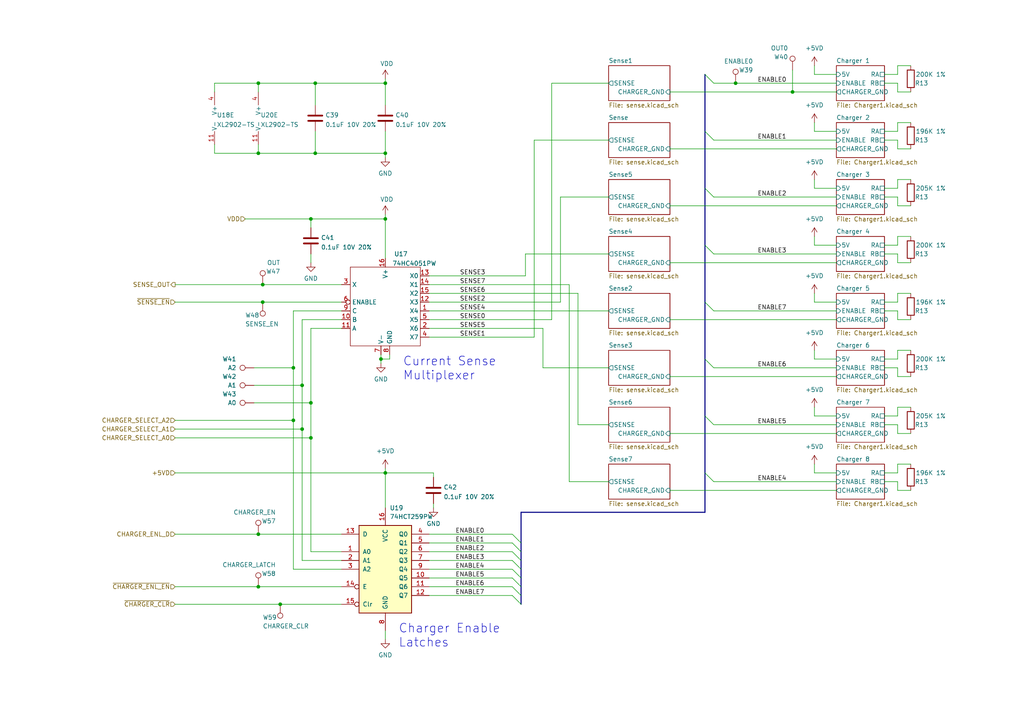
<source format=kicad_sch>
(kicad_sch (version 20230121) (generator eeschema)
  (paper "A4")
  (lib_symbols
    (symbol "74xx:74LS259" (pin_names (offset 1.016))
      (property "Reference" "U" (at -7.62 13.97 0))
      (property "Value" "74LS259" (at -7.62 -13.97 0))
      (symbol "74LS259_1_0"
        (pin input line (at -12.7 5.08 0) (length 5.08) (name "A0") (number "1"))
        (pin output line (at 12.7 -2.54 180) (length 5.08) (name "Q5") (number "10"))
        (pin output line (at 12.7 -5.08 180) (length 5.08) (name "Q6") (number "11"))
        (pin output line (at 12.7 -7.62 180) (length 5.08) (name "Q7") (number "12"))
        (pin input line (at -12.7 10.16 0) (length 5.08) (name "D") (number "13"))
        (pin input inverted (at -12.7 -5.08 0) (length 5.08) (name "E") (number "14"))
        (pin input inverted (at -12.7 -10.16 0) (length 5.08) (name "Clr") (number "15"))
        (pin power_in line (at 0 17.78 270) (length 5.08) (name "VCC") (number "16"))
        (pin input line (at -12.7 2.54 0) (length 5.08) (name "A1") (number "2"))
        (pin input line (at -12.7 0 0) (length 5.08) (name "A2") (number "3"))
        (pin output line (at 12.7 10.16 180) (length 5.08) (name "Q0") (number "4"))
        (pin output line (at 12.7 7.62 180) (length 5.08) (name "Q1") (number "5"))
        (pin output line (at 12.7 5.08 180) (length 5.08) (name "Q2") (number "6"))
        (pin output line (at 12.7 2.54 180) (length 5.08) (name "Q3") (number "7"))
        (pin power_in line (at 0 -17.78 90) (length 5.08) (name "GND") (number "8"))
        (pin output line (at 12.7 0 180) (length 5.08) (name "Q4") (number "9"))
      )
      (symbol "74LS259_1_1"
        (rectangle (start -7.62 12.7) (end 7.62 -12.7) (stroke (width 0.254)) (fill (type background)))
      )
    )
    (symbol "Amplifier_Operational:LM2902" (pin_names (offset 0.127))
      (property "Reference" "U" (at 0 5.08 0))
      (property "Value" "LM2902" (at 0 -5.08 0))
      (symbol "LM2902_1_1"
        (polyline (pts (xy -5.08 5.08) (xy 5.08 0) (xy -5.08 -5.08) (xy -5.08 5.08)) (stroke (width 0.254)) (fill (type background)))
        (pin output line (at 7.62 0 180) (length 2.54) (name "~") (number "1"))
        (pin input line (at -7.62 -2.54 0) (length 2.54) (name "-") (number "2"))
        (pin input line (at -7.62 2.54 0) (length 2.54) (name "+") (number "3"))
      )
      (symbol "LM2902_2_1"
        (polyline (pts (xy -5.08 5.08) (xy 5.08 0) (xy -5.08 -5.08) (xy -5.08 5.08)) (stroke (width 0.254)) (fill (type background)))
        (pin input line (at -7.62 2.54 0) (length 2.54) (name "+") (number "5"))
        (pin input line (at -7.62 -2.54 0) (length 2.54) (name "-") (number "6"))
        (pin output line (at 7.62 0 180) (length 2.54) (name "~") (number "7"))
      )
      (symbol "LM2902_3_1"
        (polyline (pts (xy -5.08 5.08) (xy 5.08 0) (xy -5.08 -5.08) (xy -5.08 5.08)) (stroke (width 0.254)) (fill (type background)))
        (pin input line (at -7.62 2.54 0) (length 2.54) (name "+") (number "10"))
        (pin output line (at 7.62 0 180) (length 2.54) (name "~") (number "8"))
        (pin input line (at -7.62 -2.54 0) (length 2.54) (name "-") (number "9"))
      )
      (symbol "LM2902_4_1"
        (polyline (pts (xy -5.08 5.08) (xy 5.08 0) (xy -5.08 -5.08) (xy -5.08 5.08)) (stroke (width 0.254)) (fill (type background)))
        (pin input line (at -7.62 2.54 0) (length 2.54) (name "+") (number "12"))
        (pin input line (at -7.62 -2.54 0) (length 2.54) (name "-") (number "13"))
        (pin output line (at 7.62 0 180) (length 2.54) (name "~") (number "14"))
      )
      (symbol "LM2902_5_1"
        (pin power_in line (at -2.54 -7.62 90) (length 3.81) (name "V-") (number "11"))
        (pin power_in line (at -2.54 7.62 270) (length 3.81) (name "V+") (number "4"))
      )
    )
    (symbol "Device:C" (pin_numbers hide) (pin_names (offset 0.254))
      (property "Reference" "C" (at 0.635 2.54 0))
      (property "Value" "C" (at 0.635 -2.54 0))
      (symbol "C_0_1"
        (polyline (pts (xy -2.032 -0.762) (xy 2.032 -0.762)) (stroke (width 0.508)))
        (polyline (pts (xy -2.032 0.762) (xy 2.032 0.762)) (stroke (width 0.508)))
      )
      (symbol "C_1_1"
        (pin passive line (at 0 3.81 270) (length 2.794) (name "~") (number "1"))
        (pin passive line (at 0 -3.81 90) (length 2.794) (name "~") (number "2"))
      )
    )
    (symbol "Device:R" (pin_numbers hide) (pin_names (offset 0))
      (property "Reference" "R" (at 2.032 0 90))
      (property "Value" "R" (at 0 0 90))
      (symbol "R_0_1"
        (rectangle (start -1.016 -2.54) (end 1.016 2.54) (stroke (width 0.254)))
      )
      (symbol "R_1_1"
        (pin passive line (at 0 3.81 270) (length 1.27) (name "~") (number "1"))
        (pin passive line (at 0 -3.81 90) (length 1.27) (name "~") (number "2"))
      )
    )
    (symbol "Pixels-dice:DG4051E"
      (property "Reference" "U" (at 7.62 -12.7 0))
      (property "Value" "DG4051E" (at 5.08 12.7 0))
      (symbol "DG4051E_0_1"
        (rectangle (start -10.16 11.43) (end 10.16 -11.43))
      )
      (symbol "DG4051E_1_1"
        (pin bidirectional line (at 12.7 -1.27 180) (length 2.54) (name "X4") (number "1"))
        (pin input line (at -12.7 -3.81 0) (length 2.54) (name "B") (number "10"))
        (pin input line (at -12.7 -6.35 0) (length 2.54) (name "A") (number "11"))
        (pin bidirectional line (at 12.7 1.27 180) (length 2.54) (name "X3") (number "12"))
        (pin bidirectional line (at 12.7 8.89 180) (length 2.54) (name "X0") (number "13"))
        (pin bidirectional line (at 12.7 6.35 180) (length 2.54) (name "X1") (number "14"))
        (pin bidirectional line (at 12.7 3.81 180) (length 2.54) (name "X2") (number "15"))
        (pin power_in line (at 0 13.97 270) (length 2.54) (name "V+") (number "16"))
        (pin bidirectional line (at 12.7 -6.35 180) (length 2.54) (name "X6") (number "2"))
        (pin bidirectional line (at -12.7 6.35 0) (length 2.54) (name "X") (number "3"))
        (pin bidirectional line (at 12.7 -8.89 180) (length 2.54) (name "X7") (number "4"))
        (pin bidirectional line (at 12.7 -3.81 180) (length 2.54) (name "X5") (number "5"))
        (pin input inverted (at -12.7 1.27 0) (length 2.54) (name "ENABLE") (number "6"))
        (pin power_in line (at -1.27 -13.97 90) (length 2.54) (name "V-") (number "7"))
        (pin power_in line (at 1.27 -13.97 90) (length 2.54) (name "GND") (number "8"))
        (pin input line (at -12.7 -1.27 0) (length 2.54) (name "C") (number "9"))
      )
    )
    (symbol "Pixels-dice:TEST_1P-conn" (pin_numbers hide) (pin_names (offset 0.762) hide)
      (property "Reference" "W" (at 0 6.858 0))
      (property "Value" "TEST_1P-conn" (at 0 5.08 0))
      (symbol "TEST_1P-conn_0_1"
        (circle (center 0 3.302) (radius 0.762))
      )
      (symbol "TEST_1P-conn_1_1"
        (pin passive line (at 0 0 90) (length 2.54) (name "1") (number "1"))
      )
    )
    (symbol "power:+5VD" (power) (pin_names (offset 0))
      (property "Value" "+5VD" (at 0 3.556 0))
      (symbol "+5VD_0_1"
        (polyline (pts (xy -0.762 1.27) (xy 0 2.54)))
        (polyline (pts (xy 0 0) (xy 0 2.54)))
        (polyline (pts (xy 0 2.54) (xy 0.762 1.27)))
      )
      (symbol "+5VD_1_1"
        (pin power_in line (at 0 0 90) (length 0) hide (name "+5VD") (number "1"))
      )
    )
    (symbol "power:GND" (power) (pin_names (offset 0))
      (property "Value" "GND" (at 0 -3.81 0))
      (symbol "GND_0_1"
        (polyline (pts (xy 0 0) (xy 0 -1.27) (xy 1.27 -1.27) (xy 0 -2.54) (xy -1.27 -1.27) (xy 0 -1.27)))
      )
      (symbol "GND_1_1"
        (pin power_in line (at 0 0 270) (length 0) hide (name "GND") (number "1"))
      )
    )
    (symbol "power:VDD" (power) (pin_names (offset 0))
      (property "Value" "VDD" (at 0 3.81 0))
      (symbol "VDD_0_1"
        (polyline (pts (xy -0.762 1.27) (xy 0 2.54)))
        (polyline (pts (xy 0 0) (xy 0 2.54)))
        (polyline (pts (xy 0 2.54) (xy 0.762 1.27)))
      )
      (symbol "VDD_1_1"
        (pin power_in line (at 0 0 90) (length 0) hide (name "VDD") (number "1"))
      )
    )
  )
  (junction (at 91.44 24.13))
  (junction (at 91.44 44.45))
  (junction (at 90.17 127))
  (junction (at 90.17 63.5))
  (junction (at 81.28 175.26))
  (junction (at 111.76 63.5))
  (junction (at 74.93 44.45))
  (junction (at 90.17 116.84))
  (junction (at 74.93 170.18))
  (junction (at 110.49 104.14))
  (junction (at 87.63 124.46))
  (junction (at 87.63 111.76))
  (junction (at 76.2 87.63))
  (junction (at 229.87 26.67))
  (junction (at 74.93 154.94))
  (junction (at 111.76 24.13))
  (junction (at 111.76 44.45))
  (junction (at 76.2 82.55))
  (junction (at 85.09 121.92))
  (junction (at 85.09 106.68))
  (junction (at 74.93 24.13))
  (junction (at 213.36 24.13))
  (junction (at 111.76 137.16))
  (bus_entry (at 148.59 170.18) (size 2.54 2.54))
  (bus_entry (at 148.59 162.56) (size 2.54 2.54))
  (bus_entry (at 148.59 157.48) (size 2.54 2.54))
  (bus_entry (at 148.59 154.94) (size 2.54 2.54))
  (bus_entry (at 148.59 160.02) (size 2.54 2.54))
  (bus_entry (at 148.59 172.72) (size 2.54 2.54))
  (bus_entry (at 148.59 167.64) (size 2.54 2.54))
  (bus_entry (at 148.59 165.1) (size 2.54 2.54))
  (bus_entry (at 204.47 21.59) (size 2.54 2.54))
  (bus_entry (at 207.01 40.64) (size -2.54 -2.54))
  (bus_entry (at 207.01 57.15) (size -2.54 -2.54))
  (bus_entry (at 207.01 73.66) (size -2.54 -2.54))
  (bus_entry (at 207.01 106.68) (size -2.54 -2.54))
  (bus_entry (at 207.01 90.17) (size -2.54 -2.54))
  (bus_entry (at 207.01 139.7) (size -2.54 -2.54))
  (bus_entry (at 207.01 123.19) (size -2.54 -2.54))
  (wire (pts (xy 194.31 43.18) (xy 242.57 43.18)))
  (wire (pts (xy 110.49 102.87) (xy 110.49 104.14)))
  (wire (pts (xy 256.54 38.1) (xy 260.35 38.1)))
  (wire (pts (xy 85.09 121.92) (xy 85.09 165.1)))
  (wire (pts (xy 194.31 142.24) (xy 242.57 142.24)))
  (wire (pts (xy 90.17 63.5) (xy 90.17 66.04)))
  (bus (pts (xy 204.47 38.1) (xy 204.47 54.61)))
  (wire (pts (xy 91.44 24.13) (xy 74.93 24.13)))
  (wire (pts (xy 256.54 57.15) (xy 260.35 57.15)))
  (wire (pts (xy 260.35 40.64) (xy 260.35 43.18)))
  (wire (pts (xy 62.23 41.91) (xy 62.23 44.45)))
  (wire (pts (xy 207.01 123.19) (xy 242.57 123.19)))
  (wire (pts (xy 207.01 90.17) (xy 242.57 90.17)))
  (wire (pts (xy 74.93 170.18) (xy 99.06 170.18)))
  (wire (pts (xy 73.66 106.68) (xy 85.09 106.68)))
  (wire (pts (xy 111.76 62.23) (xy 111.76 63.5)))
  (wire (pts (xy 207.01 139.7) (xy 242.57 139.7)))
  (wire (pts (xy 256.54 24.13) (xy 260.35 24.13)))
  (wire (pts (xy 73.66 116.84) (xy 90.17 116.84)))
  (wire (pts (xy 256.54 73.66) (xy 260.35 73.66)))
  (wire (pts (xy 50.8 154.94) (xy 74.93 154.94)))
  (wire (pts (xy 194.31 92.71) (xy 242.57 92.71)))
  (wire (pts (xy 125.73 138.43) (xy 125.73 137.16)))
  (wire (pts (xy 124.46 154.94) (xy 148.59 154.94)))
  (wire (pts (xy 176.53 40.64) (xy 154.94 40.64)))
  (wire (pts (xy 260.35 26.67) (xy 264.16 26.67)))
  (wire (pts (xy 124.46 165.1) (xy 148.59 165.1)))
  (wire (pts (xy 74.93 154.94) (xy 99.06 154.94)))
  (wire (pts (xy 256.54 21.59) (xy 260.35 21.59)))
  (bus (pts (xy 204.47 137.16) (xy 204.47 148.59)))
  (wire (pts (xy 236.22 87.63) (xy 242.57 87.63)))
  (wire (pts (xy 176.53 57.15) (xy 162.56 57.15)))
  (wire (pts (xy 260.35 54.61) (xy 260.35 52.07)))
  (wire (pts (xy 87.63 111.76) (xy 87.63 92.71)))
  (bus (pts (xy 204.47 71.12) (xy 204.47 87.63)))
  (wire (pts (xy 260.35 137.16) (xy 260.35 134.62)))
  (wire (pts (xy 260.35 21.59) (xy 260.35 19.05)))
  (wire (pts (xy 260.35 87.63) (xy 260.35 85.09)))
  (wire (pts (xy 260.35 59.69) (xy 264.16 59.69)))
  (wire (pts (xy 260.35 101.6) (xy 264.16 101.6)))
  (wire (pts (xy 74.93 24.13) (xy 62.23 24.13)))
  (wire (pts (xy 236.22 85.09) (xy 236.22 87.63)))
  (wire (pts (xy 111.76 182.88) (xy 111.76 185.42)))
  (wire (pts (xy 236.22 21.59) (xy 242.57 21.59)))
  (wire (pts (xy 91.44 38.1) (xy 91.44 44.45)))
  (wire (pts (xy 124.46 172.72) (xy 148.59 172.72)))
  (wire (pts (xy 90.17 116.84) (xy 90.17 95.25)))
  (wire (pts (xy 256.54 123.19) (xy 260.35 123.19)))
  (wire (pts (xy 236.22 19.05) (xy 236.22 21.59)))
  (wire (pts (xy 260.35 85.09) (xy 264.16 85.09)))
  (wire (pts (xy 260.35 106.68) (xy 260.35 109.22)))
  (wire (pts (xy 194.31 76.2) (xy 242.57 76.2)))
  (wire (pts (xy 160.02 24.13) (xy 160.02 92.71)))
  (wire (pts (xy 113.03 104.14) (xy 110.49 104.14)))
  (bus (pts (xy 151.13 167.64) (xy 151.13 170.18)))
  (wire (pts (xy 236.22 120.65) (xy 242.57 120.65)))
  (wire (pts (xy 76.2 82.55) (xy 99.06 82.55)))
  (wire (pts (xy 236.22 137.16) (xy 242.57 137.16)))
  (wire (pts (xy 260.35 68.58) (xy 264.16 68.58)))
  (wire (pts (xy 154.94 40.64) (xy 154.94 97.79)))
  (wire (pts (xy 85.09 165.1) (xy 99.06 165.1)))
  (wire (pts (xy 81.28 175.26) (xy 99.06 175.26)))
  (wire (pts (xy 124.46 162.56) (xy 148.59 162.56)))
  (wire (pts (xy 260.35 19.05) (xy 264.16 19.05)))
  (wire (pts (xy 236.22 68.58) (xy 236.22 71.12)))
  (wire (pts (xy 260.35 52.07) (xy 264.16 52.07)))
  (wire (pts (xy 236.22 52.07) (xy 236.22 54.61)))
  (wire (pts (xy 236.22 35.56) (xy 236.22 38.1)))
  (wire (pts (xy 76.2 87.63) (xy 99.06 87.63)))
  (wire (pts (xy 260.35 142.24) (xy 264.16 142.24)))
  (wire (pts (xy 256.54 120.65) (xy 260.35 120.65)))
  (wire (pts (xy 260.35 35.56) (xy 264.16 35.56)))
  (bus (pts (xy 151.13 157.48) (xy 151.13 160.02)))
  (wire (pts (xy 50.8 127) (xy 90.17 127)))
  (bus (pts (xy 151.13 165.1) (xy 151.13 167.64)))
  (wire (pts (xy 260.35 38.1) (xy 260.35 35.56)))
  (wire (pts (xy 111.76 137.16) (xy 125.73 137.16)))
  (bus (pts (xy 151.13 160.02) (xy 151.13 162.56)))
  (wire (pts (xy 124.46 92.71) (xy 160.02 92.71)))
  (wire (pts (xy 87.63 124.46) (xy 87.63 111.76)))
  (wire (pts (xy 236.22 38.1) (xy 242.57 38.1)))
  (wire (pts (xy 194.31 59.69) (xy 242.57 59.69)))
  (wire (pts (xy 124.46 167.64) (xy 148.59 167.64)))
  (wire (pts (xy 50.8 175.26) (xy 81.28 175.26)))
  (wire (pts (xy 90.17 127) (xy 90.17 160.02)))
  (wire (pts (xy 236.22 71.12) (xy 242.57 71.12)))
  (wire (pts (xy 85.09 106.68) (xy 85.09 90.17)))
  (wire (pts (xy 236.22 118.11) (xy 236.22 120.65)))
  (wire (pts (xy 124.46 87.63) (xy 162.56 87.63)))
  (wire (pts (xy 176.53 73.66) (xy 152.4 73.66)))
  (wire (pts (xy 111.76 135.89) (xy 111.76 137.16)))
  (wire (pts (xy 87.63 124.46) (xy 87.63 162.56)))
  (bus (pts (xy 204.47 104.14) (xy 204.47 120.65)))
  (wire (pts (xy 236.22 54.61) (xy 242.57 54.61)))
  (wire (pts (xy 124.46 97.79) (xy 154.94 97.79)))
  (wire (pts (xy 260.35 71.12) (xy 260.35 68.58)))
  (wire (pts (xy 260.35 92.71) (xy 264.16 92.71)))
  (wire (pts (xy 73.66 111.76) (xy 87.63 111.76)))
  (bus (pts (xy 151.13 170.18) (xy 151.13 172.72)))
  (wire (pts (xy 125.73 147.32) (xy 125.73 146.05)))
  (bus (pts (xy 204.47 87.63) (xy 204.47 104.14)))
  (wire (pts (xy 111.76 24.13) (xy 111.76 30.48)))
  (wire (pts (xy 50.8 137.16) (xy 111.76 137.16)))
  (wire (pts (xy 256.54 54.61) (xy 260.35 54.61)))
  (wire (pts (xy 260.35 125.73) (xy 264.16 125.73)))
  (wire (pts (xy 110.49 104.14) (xy 110.49 105.41)))
  (bus (pts (xy 151.13 148.59) (xy 204.47 148.59)))
  (wire (pts (xy 91.44 24.13) (xy 111.76 24.13)))
  (wire (pts (xy 90.17 160.02) (xy 99.06 160.02)))
  (bus (pts (xy 151.13 172.72) (xy 151.13 175.26)))
  (wire (pts (xy 260.35 90.17) (xy 260.35 92.71)))
  (wire (pts (xy 124.46 90.17) (xy 176.53 90.17)))
  (wire (pts (xy 236.22 101.6) (xy 236.22 104.14)))
  (bus (pts (xy 151.13 162.56) (xy 151.13 165.1)))
  (wire (pts (xy 242.57 26.67) (xy 229.87 26.67)))
  (wire (pts (xy 256.54 40.64) (xy 260.35 40.64)))
  (wire (pts (xy 90.17 73.66) (xy 90.17 76.2)))
  (wire (pts (xy 260.35 76.2) (xy 264.16 76.2)))
  (wire (pts (xy 74.93 24.13) (xy 74.93 26.67)))
  (wire (pts (xy 194.31 125.73) (xy 242.57 125.73)))
  (wire (pts (xy 111.76 63.5) (xy 111.76 74.93)))
  (wire (pts (xy 165.1 139.7) (xy 165.1 82.55)))
  (wire (pts (xy 152.4 73.66) (xy 152.4 80.01)))
  (wire (pts (xy 256.54 104.14) (xy 260.35 104.14)))
  (wire (pts (xy 157.48 106.68) (xy 157.48 95.25)))
  (wire (pts (xy 176.53 24.13) (xy 160.02 24.13)))
  (wire (pts (xy 194.31 26.67) (xy 229.87 26.67)))
  (wire (pts (xy 113.03 102.87) (xy 113.03 104.14)))
  (wire (pts (xy 71.12 63.5) (xy 90.17 63.5)))
  (wire (pts (xy 256.54 137.16) (xy 260.35 137.16)))
  (wire (pts (xy 207.01 57.15) (xy 242.57 57.15)))
  (wire (pts (xy 50.8 82.55) (xy 76.2 82.55)))
  (wire (pts (xy 260.35 118.11) (xy 264.16 118.11)))
  (bus (pts (xy 204.47 120.65) (xy 204.47 137.16)))
  (wire (pts (xy 167.64 123.19) (xy 167.64 85.09)))
  (wire (pts (xy 62.23 24.13) (xy 62.23 26.67)))
  (wire (pts (xy 207.01 40.64) (xy 242.57 40.64)))
  (wire (pts (xy 162.56 57.15) (xy 162.56 87.63)))
  (wire (pts (xy 256.54 71.12) (xy 260.35 71.12)))
  (wire (pts (xy 260.35 104.14) (xy 260.35 101.6)))
  (wire (pts (xy 124.46 95.25) (xy 157.48 95.25)))
  (wire (pts (xy 124.46 85.09) (xy 167.64 85.09)))
  (wire (pts (xy 260.35 139.7) (xy 260.35 142.24)))
  (wire (pts (xy 111.76 137.16) (xy 111.76 147.32)))
  (wire (pts (xy 176.53 106.68) (xy 157.48 106.68)))
  (wire (pts (xy 256.54 87.63) (xy 260.35 87.63)))
  (wire (pts (xy 85.09 121.92) (xy 85.09 106.68)))
  (wire (pts (xy 50.8 121.92) (xy 85.09 121.92)))
  (wire (pts (xy 256.54 139.7) (xy 260.35 139.7)))
  (wire (pts (xy 152.4 80.01) (xy 124.46 80.01)))
  (wire (pts (xy 207.01 73.66) (xy 242.57 73.66)))
  (wire (pts (xy 50.8 87.63) (xy 76.2 87.63)))
  (wire (pts (xy 260.35 120.65) (xy 260.35 118.11)))
  (wire (pts (xy 111.76 22.86) (xy 111.76 24.13)))
  (wire (pts (xy 91.44 30.48) (xy 91.44 24.13)))
  (wire (pts (xy 260.35 123.19) (xy 260.35 125.73)))
  (wire (pts (xy 90.17 95.25) (xy 99.06 95.25)))
  (wire (pts (xy 176.53 139.7) (xy 165.1 139.7)))
  (wire (pts (xy 87.63 162.56) (xy 99.06 162.56)))
  (wire (pts (xy 236.22 104.14) (xy 242.57 104.14)))
  (wire (pts (xy 236.22 134.62) (xy 236.22 137.16)))
  (wire (pts (xy 74.93 41.91) (xy 74.93 44.45)))
  (bus (pts (xy 204.47 21.59) (xy 204.47 38.1)))
  (wire (pts (xy 260.35 134.62) (xy 264.16 134.62)))
  (wire (pts (xy 74.93 44.45) (xy 91.44 44.45)))
  (wire (pts (xy 260.35 73.66) (xy 260.35 76.2)))
  (wire (pts (xy 207.01 106.68) (xy 242.57 106.68)))
  (wire (pts (xy 50.8 124.46) (xy 87.63 124.46)))
  (wire (pts (xy 260.35 43.18) (xy 264.16 43.18)))
  (wire (pts (xy 207.01 24.13) (xy 213.36 24.13)))
  (wire (pts (xy 62.23 44.45) (xy 74.93 44.45)))
  (wire (pts (xy 124.46 170.18) (xy 148.59 170.18)))
  (wire (pts (xy 260.35 109.22) (xy 264.16 109.22)))
  (wire (pts (xy 260.35 24.13) (xy 260.35 26.67)))
  (wire (pts (xy 111.76 44.45) (xy 111.76 45.72)))
  (bus (pts (xy 151.13 157.48) (xy 151.13 148.59)))
  (wire (pts (xy 91.44 44.45) (xy 111.76 44.45)))
  (wire (pts (xy 256.54 106.68) (xy 260.35 106.68)))
  (wire (pts (xy 90.17 127) (xy 90.17 116.84)))
  (wire (pts (xy 111.76 38.1) (xy 111.76 44.45)))
  (wire (pts (xy 124.46 157.48) (xy 148.59 157.48)))
  (wire (pts (xy 90.17 63.5) (xy 111.76 63.5)))
  (wire (pts (xy 229.87 26.67) (xy 229.87 20.32)))
  (wire (pts (xy 85.09 90.17) (xy 99.06 90.17)))
  (wire (pts (xy 213.36 24.13) (xy 242.57 24.13)))
  (wire (pts (xy 194.31 109.22) (xy 242.57 109.22)))
  (wire (pts (xy 260.35 57.15) (xy 260.35 59.69)))
  (wire (pts (xy 87.63 92.71) (xy 99.06 92.71)))
  (wire (pts (xy 124.46 160.02) (xy 148.59 160.02)))
  (wire (pts (xy 50.8 170.18) (xy 74.93 170.18)))
  (wire (pts (xy 124.46 82.55) (xy 165.1 82.55)))
  (wire (pts (xy 256.54 90.17) (xy 260.35 90.17)))
  (bus (pts (xy 204.47 54.61) (xy 204.47 71.12)))
  (wire (pts (xy 176.53 123.19) (xy 167.64 123.19)))
  (text "Charger Enable\nLatches" (at 115.57 187.96 0) (effects (font (size 2.54 2.54)) (justify left bottom)))
  (text "Current Sense\nMultiplexer" (at 116.84 110.49 0) (effects (font (size 2.54 2.54)) (justify left bottom)))
  (label "SENSE7" (at 133.35 82.55 0))
  (label "SENSE6" (at 133.35 85.09 0))
  (label "SENSE1" (at 133.35 97.79 0))
  (label "ENABLE1" (at 219.71 40.64 0))
  (label "ENABLE2" (at 219.71 57.15 0))
  (label "ENABLE6" (at 132.08 170.18 0))
  (label "ENABLE2" (at 132.08 160.02 0))
  (label "ENABLE4" (at 132.08 165.1 0))
  (label "SENSE2" (at 133.35 87.63 0))
  (label "SENSE4" (at 133.35 90.17 0))
  (label "ENABLE0" (at 132.08 154.94 0))
  (label "SENSE0" (at 133.35 92.71 0))
  (label "ENABLE0" (at 219.71 24.13 0))
  (label "ENABLE3" (at 132.08 162.56 0))
  (label "ENABLE6" (at 219.71 106.68 0))
  (label "SENSE3" (at 133.35 80.01 0))
  (label "ENABLE7" (at 132.08 172.72 0))
  (label "ENABLE3" (at 219.71 73.66 0))
  (label "ENABLE5" (at 132.08 167.64 0))
  (label "SENSE5" (at 133.35 95.25 0))
  (label "ENABLE4" (at 219.71 139.7 0))
  (label "ENABLE7" (at 219.71 90.17 0))
  (label "ENABLE5" (at 219.71 123.19 0))
  (label "ENABLE1" (at 132.08 157.48 0))
  (hierarchical_label "CHARGER_SELECT_A1" (shape input) (at 50.8 124.46 180))
  (hierarchical_label "CHARGER_SELECT_A2" (shape input) (at 50.8 121.92 180))
  (hierarchical_label "SENSE_OUT" (shape output) (at 50.8 82.55 180))
  (hierarchical_label "~{CHARGER_CLR}" (shape input) (at 50.8 175.26 180))
  (hierarchical_label "CHARGER_SELECT_A0" (shape input) (at 50.8 127 180))
  (hierarchical_label "~{CHARGER_ENL_EN}" (shape input) (at 50.8 170.18 180))
  (hierarchical_label "+5VD" (shape input) (at 50.8 137.16 180))
  (hierarchical_label "VDD" (shape input) (at 71.12 63.5 180))
  (hierarchical_label "CHARGER_ENL_D" (shape input) (at 50.8 154.94 180))
  (hierarchical_label "~{SENSE_EN}" (shape input) (at 50.8 87.63 180))
  (symbol (lib_id "74xx:74LS259") (at 111.76 165.1 0) (unit 1)
    (property "Reference" "U19" (at 113.03 147.32 0) (effects (justify left)))
    (property "Value" "74HCT259PW" (at 113.03 149.86 0) (effects (justify left)))
    (property "Footprint" "Package_SO:SSOP-16_4.4x5.2mm_P0.65mm" (effects hide))
    (property "Datasheet" "http://www.ti.com/lit/gpn/sn74LS259" (effects hide))
    (property "Manufacturer" "Nexperia" (effects hide))
    (property "Manufacturer Part Number" "74HCT259PW" (effects hide))
    (property "Generic OK" "NO" (effects hide))
  )
  (symbol (lib_id "power:+5VD") (at 236.22 35.56 0) (unit 1)
    (property "Reference" "#PWR0111" (effects hide))
    (property "Value" "+5VD" (at 236.22 30.48 0))
  )
  (symbol (lib_id "Pixels-dice:TEST_1P-conn") (at 76.2 82.55 0) (mirror y) (unit 1)
    (property "Reference" "W47" (at 81.28 78.74 0) (effects (justify left)))
    (property "Value" "OUT" (at 81.28 76.2 0) (effects (justify left)))
    (property "Footprint" "Pixels-dice:TEST_PIN" (effects hide))
  )
  (symbol (lib_id "Pixels-dice:TEST_1P-conn") (at 81.28 175.26 0) (mirror x) (unit 1)
    (property "Reference" "W59" (at 76.2 179.07 0) (effects (justify left)))
    (property "Value" "CHARGER_CLR" (at 76.2 181.61 0) (effects (justify left)))
    (property "Footprint" "Pixels-dice:TEST_PIN" (effects hide))
  )
  (symbol (lib_id "Pixels-dice:DG4051E") (at 111.76 88.9 0) (unit 1)
    (property "Reference" "U17" (at 114.3 73.66 0) (effects (justify left)))
    (property "Value" "74HC4051PW" (at 113.7794 76.4056 0) (effects (justify left)))
    (property "Footprint" "Package_SO:SSOP-16_4.4x5.2mm_P0.65mm" (effects hide))
    (property "Manufacturer" "Nexperia" (effects hide))
    (property "Manufacturer Part Number" "74HC4051PW,118" (effects hide))
    (property "Generic OK" "NO" (effects hide))
  )
  (symbol (lib_id "power:GND") (at 125.73 147.32 0) (unit 1)
    (property "Reference" "#PWR055" (effects hide))
    (property "Value" "GND" (at 125.73 151.8825 0))
  )
  (symbol (lib_id "Device:R") (at 264.16 138.43 0) (unit 1)
    (property "Reference" "R13" (at 269.24 139.7 0) (effects (justify right)))
    (property "Value" "196K 1%" (at 274.32 137.16 0) (effects (justify right)))
    (property "Footprint" "Resistor_SMD:R_0402_1005Metric" (effects hide))
    (property "Manufacturer" "UNI-ROYAL(Uniroyal Elec)" (effects hide))
    (property "Manufacturer Part Number" "0402WGF1963TCE" (effects hide))
    (instances (project "Main" (path "" (reference "R13") (unit 1)) (path "" (reference "R4") (unit 1)) (path "" (reference "R7") (unit 1)) (path "" (reference "R10") (unit 1)) (path "" (reference "R74") (unit 1)) (path "" (reference "R16") (unit 1)) (path "" (reference "R33") (unit 1)) (path "" (reference "R38") (unit 1)) (path "" (reference "R38") (unit 1))))
  )
  (symbol (lib_id "power:GND") (at 110.49 105.41 0) (unit 1)
    (property "Reference" "#PWR046" (effects hide))
    (property "Value" "GND" (at 110.49 109.9725 0))
  )
  (symbol (lib_id "power:VDD") (at 111.76 22.86 0) (unit 1)
    (property "Reference" "#PWR029" (effects hide))
    (property "Value" "VDD" (at 112.1918 18.4658 0))
  )
  (symbol (lib_id "Pixels-dice:TEST_1P-conn") (at 73.66 116.84 90) (mirror x) (unit 1)
    (property "Reference" "W43" (at 68.58 114.3 90) (effects (justify left)))
    (property "Value" "A0" (at 68.58 116.84 90) (effects (justify left)))
    (property "Footprint" "Pixels-dice:TEST_PIN" (effects hide))
  )
  (symbol (lib_id "Device:R") (at 264.16 55.88 0) (unit 1)
    (property "Reference" "R13" (at 269.24 57.15 0) (effects (justify right)))
    (property "Value" "205K 1%" (at 274.32 54.61 0) (effects (justify right)))
    (property "Footprint" "Resistor_SMD:R_0402_1005Metric" (effects hide))
    (property "Manufacturer" "UNI-ROYAL(Uniroyal Elec)" (effects hide))
    (property "Manufacturer Part Number" "0402WGF2053TCE" (effects hide))
    (instances (project "Main" (path "" (reference "R13") (unit 1)) (path "" (reference "R4") (unit 1)) (path "" (reference "R7") (unit 1)) (path "" (reference "R10") (unit 1)) (path "" (reference "R74") (unit 1)) (path "" (reference "R16") (unit 1)) (path "" (reference "R33") (unit 1)) (path "" (reference "R38") (unit 1)) (path "" (reference "R7") (unit 1))))
  )
  (symbol (lib_id "power:VDD") (at 111.76 62.23 0) (unit 1)
    (property "Reference" "#PWR039" (effects hide))
    (property "Value" "VDD" (at 112.1918 57.8358 0))
  )
  (symbol (lib_id "power:+5VD") (at 236.22 118.11 0) (unit 1)
    (property "Reference" "#PWR0116" (effects hide))
    (property "Value" "+5VD" (at 236.22 113.03 0))
  )
  (symbol (lib_id "power:+5VD") (at 111.76 135.89 0) (unit 1)
    (property "Reference" "#PWR0114" (effects hide))
    (property "Value" "+5VD" (at 111.76 130.81 0))
  )
  (symbol (lib_id "Pixels-dice:TEST_1P-conn") (at 76.2 87.63 0) (mirror x) (unit 1)
    (property "Reference" "W48" (at 71.12 91.44 0) (effects (justify left)))
    (property "Value" "SENSE_EN" (at 71.12 93.98 0) (effects (justify left)))
    (property "Footprint" "Pixels-dice:TEST_PIN" (effects hide))
  )
  (symbol (lib_id "Pixels-dice:TEST_1P-conn") (at 74.93 154.94 0) (mirror y) (unit 1)
    (property "Reference" "W57" (at 80.01 151.13 0) (effects (justify left)))
    (property "Value" "CHARGER_EN" (at 80.01 148.59 0) (effects (justify left)))
    (property "Footprint" "Pixels-dice:TEST_PIN" (effects hide))
  )
  (symbol (lib_id "Device:R") (at 264.16 22.86 0) (unit 1)
    (property "Reference" "R13" (at 269.24 24.13 0) (effects (justify right)))
    (property "Value" "200K 1%" (at 274.32 21.59 0) (effects (justify right)))
    (property "Footprint" "Resistor_SMD:R_0402_1005Metric" (effects hide))
    (property "LCSC Part Number" "C25764" (effects hide))
    (property "Manufacturer" "UNI-ROYAL(Uniroyal Elec)" (effects hide))
    (property "Manufacturer Part Number" "0402WGF2003TCE" (effects hide))
    (instances (project "Main" (path "" (reference "R13") (unit 1)) (path "" (reference "R4") (unit 1)) (path "" (reference "R7") (unit 1)) (path "" (reference "R10") (unit 1)) (path "" (reference "R74") (unit 1)) (path "" (reference "R16") (unit 1)) (path "" (reference "R33") (unit 1)) (path "" (reference "R38") (unit 1)) (path "" (reference "R13") (unit 1))))
  )
  (symbol (lib_id "Device:C") (at 91.44 34.29 0) (unit 1)
    (property "Reference" "C39" (at 94.361 33.3815 0) (effects (justify left)))
    (property "Value" "0.1uF 10V 20%" (at 94.361 36.1566 0) (effects (justify left)))
    (property "Footprint" "Capacitor_SMD:C_0402_1005Metric" (effects hide))
    (property "LCSC Part Number" "C2168305" (effects hide))
    (property "Manufacturer" "Murata" (effects hide))
    (property "Manufacturer Part Number" "GRM155R61H104KE19D" (effects hide))
    (property "Generic OK" "YES" (effects hide))
  )
  (symbol (lib_id "power:GND") (at 111.76 45.72 0) (unit 1)
    (property "Reference" "#PWR032" (effects hide))
    (property "Value" "GND" (at 111.76 50.2825 0))
  )
  (symbol (lib_id "Pixels-dice:TEST_1P-conn") (at 229.87 20.32 0) (mirror y) (unit 1)
    (property "Reference" "W40" (at 228.6 16.51 0) (effects (justify left)))
    (property "Value" "OUT0" (at 228.6 13.97 0) (effects (justify left)))
    (property "Footprint" "Pixels-dice:TEST_PIN" (effects hide))
  )
  (symbol (lib_id "power:GND") (at 90.17 76.2 0) (unit 1)
    (property "Reference" "#PWR0112" (effects hide))
    (property "Value" "GND" (at 90.17 80.7625 0))
  )
  (symbol (lib_id "power:+5VD") (at 236.22 52.07 0) (unit 1)
    (property "Reference" "#PWR0109" (effects hide))
    (property "Value" "+5VD" (at 236.22 46.99 0))
  )
  (symbol (lib_id "power:+5VD") (at 236.22 101.6 0) (unit 1)
    (property "Reference" "#PWR0117" (effects hide))
    (property "Value" "+5VD" (at 236.22 96.52 0))
  )
  (symbol (lib_id "power:GND") (at 111.76 185.42 0) (unit 1)
    (property "Reference" "#PWR057" (effects hide))
    (property "Value" "GND" (at 111.76 189.9825 0))
  )
  (symbol (lib_id "power:+5VD") (at 236.22 85.09 0) (unit 1)
    (property "Reference" "#PWR0118" (effects hide))
    (property "Value" "+5VD" (at 236.22 80.01 0))
  )
  (symbol (lib_id "Device:R") (at 264.16 72.39 0) (unit 1)
    (property "Reference" "R13" (at 269.24 73.66 0) (effects (justify right)))
    (property "Value" "200K 1%" (at 274.32 71.12 0) (effects (justify right)))
    (property "Footprint" "Resistor_SMD:R_0402_1005Metric" (effects hide))
    (property "LCSC Part Number" "C25764" (effects hide))
    (property "Manufacturer" "UNI-ROYAL(Uniroyal Elec)" (effects hide))
    (property "Manufacturer Part Number" "0402WGF2003TCE" (effects hide))
    (instances (project "Main" (path "" (reference "R13") (unit 1)) (path "" (reference "R4") (unit 1)) (path "" (reference "R7") (unit 1)) (path "" (reference "R10") (unit 1)) (path "" (reference "R74") (unit 1)) (path "" (reference "R16") (unit 1)) (path "" (reference "R33") (unit 1)) (path "" (reference "R38") (unit 1)) (path "" (reference "R10") (unit 1))))
  )
  (symbol (lib_id "Pixels-dice:TEST_1P-conn") (at 73.66 111.76 90) (mirror x) (unit 1)
    (property "Reference" "W42" (at 68.58 109.22 90) (effects (justify left)))
    (property "Value" "A1" (at 68.58 111.76 90) (effects (justify left)))
    (property "Footprint" "Pixels-dice:TEST_PIN" (effects hide))
  )
  (symbol (lib_id "Device:R") (at 264.16 105.41 0) (unit 1)
    (property "Reference" "R13" (at 269.24 106.68 0) (effects (justify right)))
    (property "Value" "200K 1%" (at 274.32 104.14 0) (effects (justify right)))
    (property "Footprint" "Resistor_SMD:R_0402_1005Metric" (effects hide))
    (property "LCSC Part Number" "C25764" (effects hide))
    (property "Manufacturer" "UNI-ROYAL(Uniroyal Elec)" (effects hide))
    (property "Manufacturer Part Number" "0402WGF2003TCE" (effects hide))
    (instances (project "Main" (path "" (reference "R13") (unit 1)) (path "" (reference "R4") (unit 1)) (path "" (reference "R7") (unit 1)) (path "" (reference "R10") (unit 1)) (path "" (reference "R74") (unit 1)) (path "" (reference "R16") (unit 1)) (path "" (reference "R33") (unit 1)) (path "" (reference "R38") (unit 1)) (path "" (reference "R16") (unit 1))))
  )
  (symbol (lib_id "Device:C") (at 90.17 69.85 0) (unit 1)
    (property "Reference" "C41" (at 93.091 68.9415 0) (effects (justify left)))
    (property "Value" "0.1uF 10V 20%" (at 93.091 71.7166 0) (effects (justify left)))
    (property "Footprint" "Capacitor_SMD:C_0402_1005Metric" (effects hide))
    (property "LCSC Part Number" "C2168305" (effects hide))
    (property "Manufacturer" "Murata" (effects hide))
    (property "Manufacturer Part Number" "GRM155R61H104KE19D" (effects hide))
    (property "Generic OK" "YES" (effects hide))
  )
  (symbol (lib_id "Pixels-dice:TEST_1P-conn") (at 73.66 106.68 90) (mirror x) (unit 1)
    (property "Reference" "W41" (at 68.58 104.14 90) (effects (justify left)))
    (property "Value" "A2" (at 68.58 106.68 90) (effects (justify left)))
    (property "Footprint" "Pixels-dice:TEST_PIN" (effects hide))
  )
  (symbol (lib_id "Amplifier_Operational:LM2902") (at 77.47 34.29 0) (unit 5)
    (property "Reference" "U20" (at 75.565 33.3815 0) (effects (justify left)))
    (property "Value" "XL2902-TS" (at 75.565 36.1566 0) (effects (justify left)))
    (property "Footprint" "Package_SO:TSSOP-14_4.4x5mm_P0.65mm" (effects hide))
    (property "Manufacturer" "XINLUDA" (effects hide))
    (property "Manufacturer Part Number" "XL2902-TS" (effects hide))
  )
  (symbol (lib_id "Device:R") (at 264.16 39.37 0) (unit 1)
    (property "Reference" "R13" (at 269.24 40.64 0) (effects (justify right)))
    (property "Value" "196K 1%" (at 274.32 38.1 0) (effects (justify right)))
    (property "Footprint" "Resistor_SMD:R_0402_1005Metric" (effects hide))
    (property "Manufacturer" "UNI-ROYAL(Uniroyal Elec)" (effects hide))
    (property "Manufacturer Part Number" "0402WGF1963TCE" (effects hide))
    (instances (project "Main" (path "" (reference "R13") (unit 1)) (path "" (reference "R4") (unit 1)) (path "" (reference "R7") (unit 1)) (path "" (reference "R10") (unit 1)) (path "" (reference "R74") (unit 1)) (path "" (reference "R16") (unit 1)) (path "" (reference "R33") (unit 1)) (path "" (reference "R38") (unit 1)) (path "" (reference "R4") (unit 1))))
  )
  (symbol (lib_id "Pixels-dice:TEST_1P-conn") (at 74.93 170.18 0) (mirror y) (unit 1)
    (property "Reference" "W58" (at 80.01 166.37 0) (effects (justify left)))
    (property "Value" "CHARGER_LATCH" (at 80.01 163.83 0) (effects (justify left)))
    (property "Footprint" "Pixels-dice:TEST_PIN" (effects hide))
  )
  (symbol (lib_id "power:+5VD") (at 236.22 19.05 0) (unit 1)
    (property "Reference" "#PWR0113" (effects hide))
    (property "Value" "+5VD" (at 236.22 13.97 0))
  )
  (symbol (lib_id "Device:R") (at 264.16 88.9 0) (unit 1)
    (property "Reference" "R13" (at 269.24 90.17 0) (effects (justify right)))
    (property "Value" "196K 1%" (at 274.32 87.63 0) (effects (justify right)))
    (property "Footprint" "Resistor_SMD:R_0402_1005Metric" (effects hide))
    (property "Manufacturer" "UNI-ROYAL(Uniroyal Elec)" (effects hide))
    (property "Manufacturer Part Number" "0402WGF1963TCE" (effects hide))
    (instances (project "Main" (path "" (reference "R13") (unit 1)) (path "" (reference "R4") (unit 1)) (path "" (reference "R7") (unit 1)) (path "" (reference "R10") (unit 1)) (path "" (reference "R74") (unit 1)) (path "" (reference "R16") (unit 1)) (path "" (reference "R33") (unit 1)) (path "" (reference "R38") (unit 1)) (path "" (reference "R74") (unit 1))))
  )
  (symbol (lib_id "power:+5VD") (at 236.22 134.62 0) (unit 1)
    (property "Reference" "#PWR0115" (effects hide))
    (property "Value" "+5VD" (at 236.22 129.54 0))
  )
  (symbol (lib_id "Device:C") (at 111.76 34.29 0) (unit 1)
    (property "Reference" "C40" (at 114.681 33.3815 0) (effects (justify left)))
    (property "Value" "0.1uF 10V 20%" (at 114.681 36.1566 0) (effects (justify left)))
    (property "Footprint" "Capacitor_SMD:C_0402_1005Metric" (effects hide))
    (property "LCSC Part Number" "C2168305" (effects hide))
    (property "Manufacturer" "Murata" (effects hide))
    (property "Manufacturer Part Number" "GRM155R61H104KE19D" (effects hide))
    (property "Generic OK" "YES" (effects hide))
  )
  (symbol (lib_id "Amplifier_Operational:LM2902") (at 64.77 34.29 0) (unit 5)
    (property "Reference" "U18" (at 62.865 33.3815 0) (effects (justify left)))
    (property "Value" "XL2902-TS" (at 62.865 36.1566 0) (effects (justify left)))
    (property "Footprint" "Package_SO:TSSOP-14_4.4x5mm_P0.65mm" (effects hide))
    (property "Manufacturer" "XINLUDA" (effects hide))
    (property "Manufacturer Part Number" "XL2902-TS" (effects hide))
  )
  (symbol (lib_id "power:+5VD") (at 236.22 68.58 0) (unit 1)
    (property "Reference" "#PWR0110" (effects hide))
    (property "Value" "+5VD" (at 236.22 63.5 0))
  )
  (symbol (lib_id "Device:C") (at 125.73 142.24 0) (unit 1)
    (property "Reference" "C42" (at 128.651 141.3315 0) (effects (justify left)))
    (property "Value" "0.1uF 10V 20%" (at 128.651 144.1066 0) (effects (justify left)))
    (property "Footprint" "Capacitor_SMD:C_0402_1005Metric" (effects hide))
    (property "LCSC Part Number" "C2168305" (effects hide))
    (property "Manufacturer" "Murata" (effects hide))
    (property "Manufacturer Part Number" "GRM155R61H104KE19D" (effects hide))
    (property "Generic OK" "YES" (effects hide))
  )
  (symbol (lib_id "Pixels-dice:TEST_1P-conn") (at 213.36 24.13 0) (mirror y) (unit 1)
    (property "Reference" "W39" (at 218.44 20.32 0) (effects (justify left)))
    (property "Value" "ENABLE0" (at 218.44 17.78 0) (effects (justify left)))
    (property "Footprint" "Pixels-dice:TEST_PIN" (effects hide))
  )
  (symbol (lib_id "Device:R") (at 264.16 121.92 0) (unit 1)
    (property "Reference" "R13" (at 269.24 123.19 0) (effects (justify right)))
    (property "Value" "205K 1%" (at 274.32 120.65 0) (effects (justify right)))
    (property "Footprint" "Resistor_SMD:R_0402_1005Metric" (effects hide))
    (property "Manufacturer" "UNI-ROYAL(Uniroyal Elec)" (effects hide))
    (property "Manufacturer Part Number" "0402WGF2053TCE" (effects hide))
    (instances (project "Main" (path "" (reference "R13") (unit 1)) (path "" (reference "R4") (unit 1)) (path "" (reference "R7") (unit 1)) (path "" (reference "R10") (unit 1)) (path "" (reference "R74") (unit 1)) (path "" (reference "R16") (unit 1)) (path "" (reference "R33") (unit 1)) (path "" (reference "R38") (unit 1)) (path "" (reference "R33") (unit 1))))
  )
  (sheet (at 176.53 118.11) (size 17.78 10.16) (stroke (width 0.1524))
    (property "Sheetname" "Sense6" (at 176.53 117.3984 0) (effects (justify left bottom)))
    (property "Sheetfile" "sense.kicad_sch" (at 176.53 128.8546 0) (effects (justify left top)))
    (pin "SENSE" output (at 176.53 123.19 180))
    (pin "CHARGER_GND" input (at 194.31 125.73 0))
  )
  (sheet (at 176.53 19.05) (size 17.78 10.16) (stroke (width 0.1524))
    (property "Sheetname" "Sense1" (at 176.53 18.3384 0) (effects (justify left bottom)))
    (property "Sheetfile" "sense.kicad_sch" (at 176.53 29.7946 0) (effects (justify left top)))
    (pin "SENSE" output (at 176.53 24.13 180))
    (pin "CHARGER_GND" input (at 194.31 26.67 0))
  )
  (sheet (at 176.53 35.56) (size 17.78 10.16) (stroke (width 0.1524))
    (property "Sheetname" "Sense" (at 176.53 34.8484 0) (effects (justify left bottom)))
    (property "Sheetfile" "sense.kicad_sch" (at 176.53 46.3046 0) (effects (justify left top)))
    (pin "SENSE" output (at 176.53 40.64 180))
    (pin "CHARGER_GND" input (at 194.31 43.18 0))
  )
  (sheet (at 176.53 52.07) (size 17.78 10.16) (stroke (width 0.1524))
    (property "Sheetname" "Sense5" (at 176.53 51.3584 0) (effects (justify left bottom)))
    (property "Sheetfile" "sense.kicad_sch" (at 176.53 62.8146 0) (effects (justify left top)))
    (pin "SENSE" output (at 176.53 57.15 180))
    (pin "CHARGER_GND" input (at 194.31 59.69 0))
  )
  (sheet (at 176.53 85.09) (size 17.78 10.16) (stroke (width 0.1524))
    (property "Sheetname" "Sense2" (at 176.53 84.3784 0) (effects (justify left bottom)))
    (property "Sheetfile" "sense.kicad_sch" (at 176.53 95.8346 0) (effects (justify left top)))
    (pin "SENSE" output (at 176.53 90.17 180))
    (pin "CHARGER_GND" input (at 194.31 92.71 0))
  )
  (sheet (at 242.57 118.11) (size 13.97 10.16) (stroke (width 0.1524))
    (property "Sheetname" "Charger 7" (at 242.57 117.3984 0) (effects (justify left bottom)))
    (property "Sheetfile" "Charger1.kicad_sch" (at 242.57 128.8546 0) (effects (justify left top)))
    (pin "ENABLE" input (at 242.57 123.19 180))
    (pin "CHARGER_GND" output (at 242.57 125.73 180))
    (pin "5V" input (at 242.57 120.65 180))
    (pin "RA" passive (at 256.54 120.65 0))
    (pin "RB" passive (at 256.54 123.19 0))
  )
  (sheet (at 242.57 68.58) (size 13.97 10.16) (stroke (width 0.1524))
    (property "Sheetname" "Charger 4" (at 242.57 67.8684 0) (effects (justify left bottom)))
    (property "Sheetfile" "Charger1.kicad_sch" (at 242.57 79.3246 0) (effects (justify left top)))
    (pin "ENABLE" input (at 242.57 73.66 180))
    (pin "CHARGER_GND" output (at 242.57 76.2 180))
    (pin "5V" input (at 242.57 71.12 180))
    (pin "RA" passive (at 256.54 71.12 0))
    (pin "RB" passive (at 256.54 73.66 0))
  )
  (sheet (at 242.57 19.05) (size 13.97 10.16) (stroke (width 0.1524))
    (property "Sheetname" "Charger 1" (at 242.57 18.3384 0) (effects (justify left bottom)))
    (property "Sheetfile" "Charger1.kicad_sch" (at 242.57 29.7946 0) (effects (justify left top)))
    (pin "ENABLE" input (at 242.57 24.13 180))
    (pin "CHARGER_GND" output (at 242.57 26.67 180))
    (pin "5V" input (at 242.57 21.59 180))
    (pin "RA" passive (at 256.54 21.59 0))
    (pin "RB" passive (at 256.54 24.13 0))
  )
  (sheet (at 242.57 85.09) (size 13.97 10.16) (stroke (width 0.1524))
    (property "Sheetname" "Charger 5" (at 242.57 84.3784 0) (effects (justify left bottom)))
    (property "Sheetfile" "Charger1.kicad_sch" (at 242.57 95.8346 0) (effects (justify left top)))
    (pin "ENABLE" input (at 242.57 90.17 180))
    (pin "CHARGER_GND" output (at 242.57 92.71 180))
    (pin "5V" input (at 242.57 87.63 180))
    (pin "RA" passive (at 256.54 87.63 0))
    (pin "RB" passive (at 256.54 90.17 0))
  )
  (sheet (at 242.57 35.56) (size 13.97 10.16) (stroke (width 0.1524))
    (property "Sheetname" "Charger 2" (at 242.57 34.8484 0) (effects (justify left bottom)))
    (property "Sheetfile" "Charger1.kicad_sch" (at 242.57 46.3046 0) (effects (justify left top)))
    (pin "ENABLE" input (at 242.57 40.64 180))
    (pin "CHARGER_GND" output (at 242.57 43.18 180))
    (pin "5V" input (at 242.57 38.1 180))
    (pin "RA" passive (at 256.54 38.1 0))
    (pin "RB" passive (at 256.54 40.64 0))
  )
  (sheet (at 176.53 101.6) (size 17.78 10.16) (stroke (width 0.1524))
    (property "Sheetname" "Sense3" (at 176.53 100.8884 0) (effects (justify left bottom)))
    (property "Sheetfile" "sense.kicad_sch" (at 176.53 112.3446 0) (effects (justify left top)))
    (pin "SENSE" output (at 176.53 106.68 180))
    (pin "CHARGER_GND" input (at 194.31 109.22 0))
  )
  (sheet (at 242.57 101.6) (size 13.97 10.16) (stroke (width 0.1524))
    (property "Sheetname" "Charger 6" (at 242.57 100.8884 0) (effects (justify left bottom)))
    (property "Sheetfile" "Charger1.kicad_sch" (at 242.57 112.3446 0) (effects (justify left top)))
    (pin "ENABLE" input (at 242.57 106.68 180))
    (pin "CHARGER_GND" output (at 242.57 109.22 180))
    (pin "5V" input (at 242.57 104.14 180))
    (pin "RA" passive (at 256.54 104.14 0))
    (pin "RB" passive (at 256.54 106.68 0))
  )
  (sheet (at 242.57 52.07) (size 13.97 10.16) (stroke (width 0.1524))
    (property "Sheetname" "Charger 3" (at 242.57 51.3584 0) (effects (justify left bottom)))
    (property "Sheetfile" "Charger1.kicad_sch" (at 242.57 62.8146 0) (effects (justify left top)))
    (pin "ENABLE" input (at 242.57 57.15 180))
    (pin "CHARGER_GND" output (at 242.57 59.69 180))
    (pin "5V" input (at 242.57 54.61 180))
    (pin "RA" passive (at 256.54 54.61 0))
    (pin "RB" passive (at 256.54 57.15 0))
  )
  (sheet (at 242.57 134.62) (size 13.97 10.16) (stroke (width 0.1524))
    (property "Sheetname" "Charger 8" (at 242.57 133.9084 0) (effects (justify left bottom)))
    (property "Sheetfile" "Charger1.kicad_sch" (at 242.57 145.3646 0) (effects (justify left top)))
    (pin "ENABLE" input (at 242.57 139.7 180))
    (pin "CHARGER_GND" output (at 242.57 142.24 180))
    (pin "5V" input (at 242.57 137.16 180))
    (pin "RA" passive (at 256.54 137.16 0))
    (pin "RB" passive (at 256.54 139.7 0))
  )
  (sheet (at 176.53 134.62) (size 17.78 10.16) (stroke (width 0.1524))
    (property "Sheetname" "Sense7" (at 176.53 133.9084 0) (effects (justify left bottom)))
    (property "Sheetfile" "sense.kicad_sch" (at 176.53 145.3646 0) (effects (justify left top)))
    (pin "SENSE" output (at 176.53 139.7 180))
    (pin "CHARGER_GND" input (at 194.31 142.24 0))
  )
  (sheet (at 176.53 68.58) (size 17.78 10.16) (stroke (width 0.1524))
    (property "Sheetname" "Sense4" (at 176.53 67.8684 0) (effects (justify left bottom)))
    (property "Sheetfile" "sense.kicad_sch" (at 176.53 79.3246 0) (effects (justify left top)))
    (pin "SENSE" output (at 176.53 73.66 180))
    (pin "CHARGER_GND" input (at 194.31 76.2 0))
  )
)
</source>
